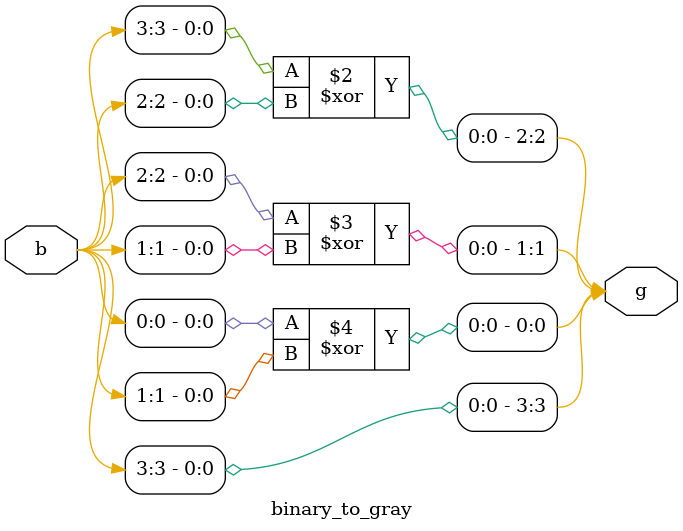
<source format=v>
`timescale 1ns / 1ps
module binary_to_gray(b,g);
input [3:0] b;
output reg [3:0] g;
always@(*) begin 
g[3] = b[3];
g[2] = b[3]^b[2];
g[1] = b[2]^b[1];
g[0] = b[0]^b[1];
end
endmodule
</source>
